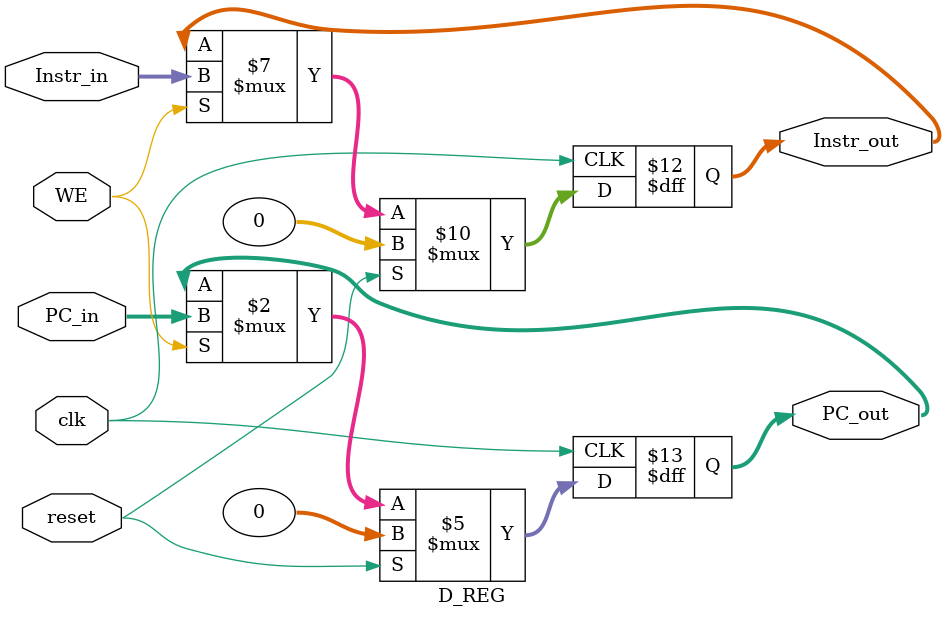
<source format=v>
`include "const.v"
module D_REG (
    input clk,
    input reset,
    input WE,
    input [31:0] Instr_in,
    input [31:0] PC_in,
    output reg [31:0] Instr_out,
    output reg [31:0] PC_out
);

    always @(posedge clk) begin
        if (reset) begin
            Instr_out     <= 0;
            PC_out        <= 0;
        end else if(WE) begin
            Instr_out     <=  Instr_in;
            PC_out        <=  PC_in;
        end
    end

endmodule
</source>
